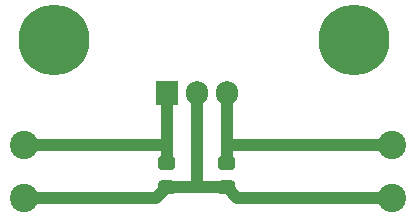
<source format=gtl>
G04 #@! TF.GenerationSoftware,KiCad,Pcbnew,(5.0.0)*
G04 #@! TF.CreationDate,2019-06-11T23:30:22+02:00*
G04 #@! TF.ProjectId,5v-step-down,35762D737465702D646F776E2E6B6963,rev?*
G04 #@! TF.SameCoordinates,Original*
G04 #@! TF.FileFunction,Copper,L1,Top,Signal*
G04 #@! TF.FilePolarity,Positive*
%FSLAX46Y46*%
G04 Gerber Fmt 4.6, Leading zero omitted, Abs format (unit mm)*
G04 Created by KiCad (PCBNEW (5.0.0)) date 06/11/19 23:30:22*
%MOMM*%
%LPD*%
G01*
G04 APERTURE LIST*
G04 #@! TA.AperFunction,ComponentPad*
%ADD10C,6.000000*%
G04 #@! TD*
G04 #@! TA.AperFunction,ComponentPad*
%ADD11C,2.400000*%
G04 #@! TD*
G04 #@! TA.AperFunction,ComponentPad*
%ADD12O,1.905000X2.000000*%
G04 #@! TD*
G04 #@! TA.AperFunction,ComponentPad*
%ADD13R,1.905000X2.000000*%
G04 #@! TD*
G04 #@! TA.AperFunction,Conductor*
%ADD14C,0.100000*%
G04 #@! TD*
G04 #@! TA.AperFunction,SMDPad,CuDef*
%ADD15C,1.150000*%
G04 #@! TD*
G04 #@! TA.AperFunction,Conductor*
%ADD16C,1.000000*%
G04 #@! TD*
G04 APERTURE END LIST*
D10*
G04 #@! TO.P,Heatsink,1*
G04 #@! TO.N,N/C*
X94615000Y-67310000D03*
X120015000Y-67310000D03*
G04 #@! TD*
D11*
G04 #@! TO.P, ,1*
G04 #@! TO.N,N/C*
X92075000Y-76200000D03*
G04 #@! TD*
G04 #@! TO.P, ,1*
G04 #@! TO.N,N/C*
X92075000Y-80645000D03*
G04 #@! TD*
G04 #@! TO.P, ,1*
G04 #@! TO.N,N/C*
X123190000Y-80645000D03*
G04 #@! TD*
D12*
G04 #@! TO.P,L78S05CV,3*
G04 #@! TO.N,N/C*
X109220000Y-71755000D03*
G04 #@! TO.P,L78S05CV,2*
X106680000Y-71755000D03*
D13*
G04 #@! TO.P,L78S05CV,1*
X104140000Y-71755000D03*
G04 #@! TD*
D14*
G04 #@! TO.N,N/C*
G04 #@! TO.C,0.33\00B5F*
G36*
X104614505Y-79191204D02*
X104638773Y-79194804D01*
X104662572Y-79200765D01*
X104685671Y-79209030D01*
X104707850Y-79219520D01*
X104728893Y-79232132D01*
X104748599Y-79246747D01*
X104766777Y-79263223D01*
X104783253Y-79281401D01*
X104797868Y-79301107D01*
X104810480Y-79322150D01*
X104820970Y-79344329D01*
X104829235Y-79367428D01*
X104835196Y-79391227D01*
X104838796Y-79415495D01*
X104840000Y-79439999D01*
X104840000Y-80090001D01*
X104838796Y-80114505D01*
X104835196Y-80138773D01*
X104829235Y-80162572D01*
X104820970Y-80185671D01*
X104810480Y-80207850D01*
X104797868Y-80228893D01*
X104783253Y-80248599D01*
X104766777Y-80266777D01*
X104748599Y-80283253D01*
X104728893Y-80297868D01*
X104707850Y-80310480D01*
X104685671Y-80320970D01*
X104662572Y-80329235D01*
X104638773Y-80335196D01*
X104614505Y-80338796D01*
X104590001Y-80340000D01*
X103689999Y-80340000D01*
X103665495Y-80338796D01*
X103641227Y-80335196D01*
X103617428Y-80329235D01*
X103594329Y-80320970D01*
X103572150Y-80310480D01*
X103551107Y-80297868D01*
X103531401Y-80283253D01*
X103513223Y-80266777D01*
X103496747Y-80248599D01*
X103482132Y-80228893D01*
X103469520Y-80207850D01*
X103459030Y-80185671D01*
X103450765Y-80162572D01*
X103444804Y-80138773D01*
X103441204Y-80114505D01*
X103440000Y-80090001D01*
X103440000Y-79439999D01*
X103441204Y-79415495D01*
X103444804Y-79391227D01*
X103450765Y-79367428D01*
X103459030Y-79344329D01*
X103469520Y-79322150D01*
X103482132Y-79301107D01*
X103496747Y-79281401D01*
X103513223Y-79263223D01*
X103531401Y-79246747D01*
X103551107Y-79232132D01*
X103572150Y-79219520D01*
X103594329Y-79209030D01*
X103617428Y-79200765D01*
X103641227Y-79194804D01*
X103665495Y-79191204D01*
X103689999Y-79190000D01*
X104590001Y-79190000D01*
X104614505Y-79191204D01*
X104614505Y-79191204D01*
G37*
D15*
G04 #@! TD*
G04 #@! TO.P,0.33\00B5F,2*
G04 #@! TO.N,N/C*
X104140000Y-79765000D03*
D14*
G04 #@! TO.N,N/C*
G04 #@! TO.C,0.33\00B5F*
G36*
X104614505Y-77141204D02*
X104638773Y-77144804D01*
X104662572Y-77150765D01*
X104685671Y-77159030D01*
X104707850Y-77169520D01*
X104728893Y-77182132D01*
X104748599Y-77196747D01*
X104766777Y-77213223D01*
X104783253Y-77231401D01*
X104797868Y-77251107D01*
X104810480Y-77272150D01*
X104820970Y-77294329D01*
X104829235Y-77317428D01*
X104835196Y-77341227D01*
X104838796Y-77365495D01*
X104840000Y-77389999D01*
X104840000Y-78040001D01*
X104838796Y-78064505D01*
X104835196Y-78088773D01*
X104829235Y-78112572D01*
X104820970Y-78135671D01*
X104810480Y-78157850D01*
X104797868Y-78178893D01*
X104783253Y-78198599D01*
X104766777Y-78216777D01*
X104748599Y-78233253D01*
X104728893Y-78247868D01*
X104707850Y-78260480D01*
X104685671Y-78270970D01*
X104662572Y-78279235D01*
X104638773Y-78285196D01*
X104614505Y-78288796D01*
X104590001Y-78290000D01*
X103689999Y-78290000D01*
X103665495Y-78288796D01*
X103641227Y-78285196D01*
X103617428Y-78279235D01*
X103594329Y-78270970D01*
X103572150Y-78260480D01*
X103551107Y-78247868D01*
X103531401Y-78233253D01*
X103513223Y-78216777D01*
X103496747Y-78198599D01*
X103482132Y-78178893D01*
X103469520Y-78157850D01*
X103459030Y-78135671D01*
X103450765Y-78112572D01*
X103444804Y-78088773D01*
X103441204Y-78064505D01*
X103440000Y-78040001D01*
X103440000Y-77389999D01*
X103441204Y-77365495D01*
X103444804Y-77341227D01*
X103450765Y-77317428D01*
X103459030Y-77294329D01*
X103469520Y-77272150D01*
X103482132Y-77251107D01*
X103496747Y-77231401D01*
X103513223Y-77213223D01*
X103531401Y-77196747D01*
X103551107Y-77182132D01*
X103572150Y-77169520D01*
X103594329Y-77159030D01*
X103617428Y-77150765D01*
X103641227Y-77144804D01*
X103665495Y-77141204D01*
X103689999Y-77140000D01*
X104590001Y-77140000D01*
X104614505Y-77141204D01*
X104614505Y-77141204D01*
G37*
D15*
G04 #@! TD*
G04 #@! TO.P,0.33\00B5F,1*
G04 #@! TO.N,N/C*
X104140000Y-77715000D03*
D14*
G04 #@! TO.N,N/C*
G04 #@! TO.C,0.1\00B5F*
G36*
X109694505Y-79191204D02*
X109718773Y-79194804D01*
X109742572Y-79200765D01*
X109765671Y-79209030D01*
X109787850Y-79219520D01*
X109808893Y-79232132D01*
X109828599Y-79246747D01*
X109846777Y-79263223D01*
X109863253Y-79281401D01*
X109877868Y-79301107D01*
X109890480Y-79322150D01*
X109900970Y-79344329D01*
X109909235Y-79367428D01*
X109915196Y-79391227D01*
X109918796Y-79415495D01*
X109920000Y-79439999D01*
X109920000Y-80090001D01*
X109918796Y-80114505D01*
X109915196Y-80138773D01*
X109909235Y-80162572D01*
X109900970Y-80185671D01*
X109890480Y-80207850D01*
X109877868Y-80228893D01*
X109863253Y-80248599D01*
X109846777Y-80266777D01*
X109828599Y-80283253D01*
X109808893Y-80297868D01*
X109787850Y-80310480D01*
X109765671Y-80320970D01*
X109742572Y-80329235D01*
X109718773Y-80335196D01*
X109694505Y-80338796D01*
X109670001Y-80340000D01*
X108769999Y-80340000D01*
X108745495Y-80338796D01*
X108721227Y-80335196D01*
X108697428Y-80329235D01*
X108674329Y-80320970D01*
X108652150Y-80310480D01*
X108631107Y-80297868D01*
X108611401Y-80283253D01*
X108593223Y-80266777D01*
X108576747Y-80248599D01*
X108562132Y-80228893D01*
X108549520Y-80207850D01*
X108539030Y-80185671D01*
X108530765Y-80162572D01*
X108524804Y-80138773D01*
X108521204Y-80114505D01*
X108520000Y-80090001D01*
X108520000Y-79439999D01*
X108521204Y-79415495D01*
X108524804Y-79391227D01*
X108530765Y-79367428D01*
X108539030Y-79344329D01*
X108549520Y-79322150D01*
X108562132Y-79301107D01*
X108576747Y-79281401D01*
X108593223Y-79263223D01*
X108611401Y-79246747D01*
X108631107Y-79232132D01*
X108652150Y-79219520D01*
X108674329Y-79209030D01*
X108697428Y-79200765D01*
X108721227Y-79194804D01*
X108745495Y-79191204D01*
X108769999Y-79190000D01*
X109670001Y-79190000D01*
X109694505Y-79191204D01*
X109694505Y-79191204D01*
G37*
D15*
G04 #@! TD*
G04 #@! TO.P,0.1\00B5F,2*
G04 #@! TO.N,N/C*
X109220000Y-79765000D03*
D14*
G04 #@! TO.N,N/C*
G04 #@! TO.C,0.1\00B5F*
G36*
X109694505Y-77141204D02*
X109718773Y-77144804D01*
X109742572Y-77150765D01*
X109765671Y-77159030D01*
X109787850Y-77169520D01*
X109808893Y-77182132D01*
X109828599Y-77196747D01*
X109846777Y-77213223D01*
X109863253Y-77231401D01*
X109877868Y-77251107D01*
X109890480Y-77272150D01*
X109900970Y-77294329D01*
X109909235Y-77317428D01*
X109915196Y-77341227D01*
X109918796Y-77365495D01*
X109920000Y-77389999D01*
X109920000Y-78040001D01*
X109918796Y-78064505D01*
X109915196Y-78088773D01*
X109909235Y-78112572D01*
X109900970Y-78135671D01*
X109890480Y-78157850D01*
X109877868Y-78178893D01*
X109863253Y-78198599D01*
X109846777Y-78216777D01*
X109828599Y-78233253D01*
X109808893Y-78247868D01*
X109787850Y-78260480D01*
X109765671Y-78270970D01*
X109742572Y-78279235D01*
X109718773Y-78285196D01*
X109694505Y-78288796D01*
X109670001Y-78290000D01*
X108769999Y-78290000D01*
X108745495Y-78288796D01*
X108721227Y-78285196D01*
X108697428Y-78279235D01*
X108674329Y-78270970D01*
X108652150Y-78260480D01*
X108631107Y-78247868D01*
X108611401Y-78233253D01*
X108593223Y-78216777D01*
X108576747Y-78198599D01*
X108562132Y-78178893D01*
X108549520Y-78157850D01*
X108539030Y-78135671D01*
X108530765Y-78112572D01*
X108524804Y-78088773D01*
X108521204Y-78064505D01*
X108520000Y-78040001D01*
X108520000Y-77389999D01*
X108521204Y-77365495D01*
X108524804Y-77341227D01*
X108530765Y-77317428D01*
X108539030Y-77294329D01*
X108549520Y-77272150D01*
X108562132Y-77251107D01*
X108576747Y-77231401D01*
X108593223Y-77213223D01*
X108611401Y-77196747D01*
X108631107Y-77182132D01*
X108652150Y-77169520D01*
X108674329Y-77159030D01*
X108697428Y-77150765D01*
X108721227Y-77144804D01*
X108745495Y-77141204D01*
X108769999Y-77140000D01*
X109670001Y-77140000D01*
X109694505Y-77141204D01*
X109694505Y-77141204D01*
G37*
D15*
G04 #@! TD*
G04 #@! TO.P,0.1\00B5F,1*
G04 #@! TO.N,N/C*
X109220000Y-77715000D03*
D11*
G04 #@! TO.P, ,1*
G04 #@! TO.N,N/C*
X123190000Y-76200000D03*
G04 #@! TD*
D16*
G04 #@! TO.N,*
X106680000Y-73660000D02*
X106680000Y-79765000D01*
X109220000Y-79765000D02*
X106680000Y-79765000D01*
X106680000Y-79765000D02*
X104140000Y-79765000D01*
X106680000Y-73660000D02*
X106680000Y-71755000D01*
X109220000Y-71755000D02*
X109220000Y-73660000D01*
X104140000Y-71755000D02*
X104140000Y-73660000D01*
X110100000Y-80645000D02*
X109220000Y-79765000D01*
X123190000Y-80645000D02*
X110100000Y-80645000D01*
X103260000Y-80645000D02*
X104140000Y-79765000D01*
X92075000Y-80645000D02*
X103260000Y-80645000D01*
X92075000Y-76200000D02*
X104140000Y-76200000D01*
X104140000Y-77470000D02*
X104140000Y-76200000D01*
X104140000Y-76200000D02*
X104140000Y-73660000D01*
X123190000Y-76200000D02*
X109220000Y-76200000D01*
X109220000Y-77470000D02*
X109220000Y-76200000D01*
X109220000Y-76200000D02*
X109220000Y-73660000D01*
G04 #@! TD*
M02*

</source>
